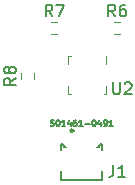
<source format=gbr>
%TF.GenerationSoftware,KiCad,Pcbnew,(6.0.2-0)*%
%TF.CreationDate,2022-03-21T14:05:32-04:00*%
%TF.ProjectId,Woodstock,576f6f64-7374-46f6-936b-2e6b69636164,v03*%
%TF.SameCoordinates,Original*%
%TF.FileFunction,Legend,Top*%
%TF.FilePolarity,Positive*%
%FSLAX46Y46*%
G04 Gerber Fmt 4.6, Leading zero omitted, Abs format (unit mm)*
G04 Created by KiCad (PCBNEW (6.0.2-0)) date 2022-03-21 14:05:32*
%MOMM*%
%LPD*%
G01*
G04 APERTURE LIST*
%ADD10C,0.150000*%
%ADD11C,0.127000*%
%ADD12C,0.120000*%
%ADD13C,0.249999*%
G04 APERTURE END LIST*
D10*
%TO.C,R8*%
X144996740Y-96460026D02*
X144520550Y-96793360D01*
X144996740Y-97031455D02*
X143996740Y-97031455D01*
X143996740Y-96650502D01*
X144044360Y-96555264D01*
X144091979Y-96507645D01*
X144187217Y-96460026D01*
X144330074Y-96460026D01*
X144425312Y-96507645D01*
X144472931Y-96555264D01*
X144520550Y-96650502D01*
X144520550Y-97031455D01*
X144425312Y-95888598D02*
X144377693Y-95983836D01*
X144330074Y-96031455D01*
X144234836Y-96079074D01*
X144187217Y-96079074D01*
X144091979Y-96031455D01*
X144044360Y-95983836D01*
X143996740Y-95888598D01*
X143996740Y-95698121D01*
X144044360Y-95602883D01*
X144091979Y-95555264D01*
X144187217Y-95507645D01*
X144234836Y-95507645D01*
X144330074Y-95555264D01*
X144377693Y-95602883D01*
X144425312Y-95698121D01*
X144425312Y-95888598D01*
X144472931Y-95983836D01*
X144520550Y-96031455D01*
X144615788Y-96079074D01*
X144806264Y-96079074D01*
X144901502Y-96031455D01*
X144949121Y-95983836D01*
X144996740Y-95888598D01*
X144996740Y-95698121D01*
X144949121Y-95602883D01*
X144901502Y-95555264D01*
X144806264Y-95507645D01*
X144615788Y-95507645D01*
X144520550Y-95555264D01*
X144472931Y-95602883D01*
X144425312Y-95698121D01*
%TO.C,J1*%
X153249349Y-103837720D02*
X153249349Y-104552006D01*
X153201730Y-104694863D01*
X153106492Y-104790101D01*
X152963635Y-104837720D01*
X152868397Y-104837720D01*
X154249349Y-104837720D02*
X153677920Y-104837720D01*
X153963635Y-104837720D02*
X153963635Y-103837720D01*
X153868397Y-103980578D01*
X153773159Y-104075816D01*
X153677920Y-104123435D01*
D11*
X148199973Y-100017749D02*
X147958068Y-100017749D01*
X147933878Y-100259654D01*
X147958068Y-100235463D01*
X148006449Y-100211273D01*
X148127401Y-100211273D01*
X148175782Y-100235463D01*
X148199973Y-100259654D01*
X148224163Y-100308035D01*
X148224163Y-100428987D01*
X148199973Y-100477368D01*
X148175782Y-100501559D01*
X148127401Y-100525749D01*
X148006449Y-100525749D01*
X147958068Y-100501559D01*
X147933878Y-100477368D01*
X148538640Y-100017749D02*
X148587020Y-100017749D01*
X148635401Y-100041940D01*
X148659592Y-100066130D01*
X148683782Y-100114511D01*
X148707973Y-100211273D01*
X148707973Y-100332225D01*
X148683782Y-100428987D01*
X148659592Y-100477368D01*
X148635401Y-100501559D01*
X148587020Y-100525749D01*
X148538640Y-100525749D01*
X148490259Y-100501559D01*
X148466068Y-100477368D01*
X148441878Y-100428987D01*
X148417687Y-100332225D01*
X148417687Y-100211273D01*
X148441878Y-100114511D01*
X148466068Y-100066130D01*
X148490259Y-100041940D01*
X148538640Y-100017749D01*
X149191782Y-100525749D02*
X148901497Y-100525749D01*
X149046640Y-100525749D02*
X149046640Y-100017749D01*
X148998259Y-100090320D01*
X148949878Y-100138701D01*
X148901497Y-100162892D01*
X149627211Y-100187082D02*
X149627211Y-100525749D01*
X149506259Y-99993559D02*
X149385306Y-100356416D01*
X149699782Y-100356416D01*
X150111020Y-100017749D02*
X150014259Y-100017749D01*
X149965878Y-100041940D01*
X149941687Y-100066130D01*
X149893306Y-100138701D01*
X149869116Y-100235463D01*
X149869116Y-100428987D01*
X149893306Y-100477368D01*
X149917497Y-100501559D01*
X149965878Y-100525749D01*
X150062640Y-100525749D01*
X150111020Y-100501559D01*
X150135211Y-100477368D01*
X150159401Y-100428987D01*
X150159401Y-100308035D01*
X150135211Y-100259654D01*
X150111020Y-100235463D01*
X150062640Y-100211273D01*
X149965878Y-100211273D01*
X149917497Y-100235463D01*
X149893306Y-100259654D01*
X149869116Y-100308035D01*
X150643211Y-100525749D02*
X150352925Y-100525749D01*
X150498068Y-100525749D02*
X150498068Y-100017749D01*
X150449687Y-100090320D01*
X150401306Y-100138701D01*
X150352925Y-100162892D01*
X150860925Y-100332225D02*
X151247973Y-100332225D01*
X151586640Y-100017749D02*
X151635020Y-100017749D01*
X151683401Y-100041940D01*
X151707592Y-100066130D01*
X151731782Y-100114511D01*
X151755973Y-100211273D01*
X151755973Y-100332225D01*
X151731782Y-100428987D01*
X151707592Y-100477368D01*
X151683401Y-100501559D01*
X151635020Y-100525749D01*
X151586640Y-100525749D01*
X151538259Y-100501559D01*
X151514068Y-100477368D01*
X151489878Y-100428987D01*
X151465687Y-100332225D01*
X151465687Y-100211273D01*
X151489878Y-100114511D01*
X151514068Y-100066130D01*
X151538259Y-100041940D01*
X151586640Y-100017749D01*
X152191401Y-100187082D02*
X152191401Y-100525749D01*
X152070449Y-99993559D02*
X151949497Y-100356416D01*
X152263973Y-100356416D01*
X152481687Y-100525749D02*
X152578449Y-100525749D01*
X152626830Y-100501559D01*
X152651020Y-100477368D01*
X152699401Y-100404797D01*
X152723592Y-100308035D01*
X152723592Y-100114511D01*
X152699401Y-100066130D01*
X152675211Y-100041940D01*
X152626830Y-100017749D01*
X152530068Y-100017749D01*
X152481687Y-100041940D01*
X152457497Y-100066130D01*
X152433306Y-100114511D01*
X152433306Y-100235463D01*
X152457497Y-100283844D01*
X152481687Y-100308035D01*
X152530068Y-100332225D01*
X152626830Y-100332225D01*
X152675211Y-100308035D01*
X152699401Y-100283844D01*
X152723592Y-100235463D01*
X153207401Y-100525749D02*
X152917116Y-100525749D01*
X153062259Y-100525749D02*
X153062259Y-100017749D01*
X153013878Y-100090320D01*
X152965497Y-100138701D01*
X152917116Y-100162892D01*
D10*
%TO.C,U2*%
X153213455Y-96839840D02*
X153213455Y-97649364D01*
X153261074Y-97744602D01*
X153308693Y-97792221D01*
X153403931Y-97839840D01*
X153594407Y-97839840D01*
X153689645Y-97792221D01*
X153737264Y-97744602D01*
X153784883Y-97649364D01*
X153784883Y-96839840D01*
X154213455Y-96935079D02*
X154261074Y-96887460D01*
X154356312Y-96839840D01*
X154594407Y-96839840D01*
X154689645Y-96887460D01*
X154737264Y-96935079D01*
X154784883Y-97030317D01*
X154784883Y-97125555D01*
X154737264Y-97268412D01*
X154165836Y-97839840D01*
X154784883Y-97839840D01*
%TO.C,R7*%
X148091233Y-91253640D02*
X147757900Y-90777450D01*
X147519804Y-91253640D02*
X147519804Y-90253640D01*
X147900757Y-90253640D01*
X147995995Y-90301260D01*
X148043614Y-90348879D01*
X148091233Y-90444117D01*
X148091233Y-90586974D01*
X148043614Y-90682212D01*
X147995995Y-90729831D01*
X147900757Y-90777450D01*
X147519804Y-90777450D01*
X148424566Y-90253640D02*
X149091233Y-90253640D01*
X148662661Y-91253640D01*
%TO.C,R6*%
X153401733Y-91249780D02*
X153068400Y-90773590D01*
X152830304Y-91249780D02*
X152830304Y-90249780D01*
X153211257Y-90249780D01*
X153306495Y-90297400D01*
X153354114Y-90345019D01*
X153401733Y-90440257D01*
X153401733Y-90583114D01*
X153354114Y-90678352D01*
X153306495Y-90725971D01*
X153211257Y-90773590D01*
X152830304Y-90773590D01*
X154258876Y-90249780D02*
X154068400Y-90249780D01*
X153973161Y-90297400D01*
X153925542Y-90345019D01*
X153830304Y-90487876D01*
X153782685Y-90678352D01*
X153782685Y-91059304D01*
X153830304Y-91154542D01*
X153877923Y-91202161D01*
X153973161Y-91249780D01*
X154163638Y-91249780D01*
X154258876Y-91202161D01*
X154306495Y-91154542D01*
X154354114Y-91059304D01*
X154354114Y-90821209D01*
X154306495Y-90725971D01*
X154258876Y-90678352D01*
X154163638Y-90630733D01*
X153973161Y-90630733D01*
X153877923Y-90678352D01*
X153830304Y-90725971D01*
X153782685Y-90821209D01*
D12*
%TO.C,R8*%
X145451860Y-96548084D02*
X145451860Y-96038636D01*
X146496860Y-96548084D02*
X146496860Y-96038636D01*
D10*
%TO.C,J1*%
X149095800Y-102271033D02*
X149245800Y-102271033D01*
X148795801Y-105070801D02*
X148795801Y-104327701D01*
X152295799Y-105070804D02*
X152295799Y-104327701D01*
X148945801Y-102071084D02*
X149095800Y-102271033D01*
X148795801Y-102534301D02*
X148795801Y-102071084D01*
X151995800Y-102271033D02*
X152145802Y-102071099D01*
X152295802Y-102534301D02*
X152295802Y-102071084D01*
X148795801Y-102071084D02*
X148945801Y-102071084D01*
X148795801Y-105070801D02*
X152295796Y-105070801D01*
X151845800Y-102271033D02*
X151995800Y-102271033D01*
X152145802Y-102071084D02*
X152295802Y-102071084D01*
D13*
X149870800Y-100920799D02*
G75*
G03*
X149870800Y-100920799I-125001J0D01*
G01*
D12*
%TO.C,U2*%
X152664360Y-97128660D02*
X152664360Y-97803660D01*
X149444360Y-94583660D02*
X149619360Y-94583660D01*
X152664360Y-97803660D02*
X152489360Y-97803660D01*
X149444360Y-95258660D02*
X149444360Y-94583660D01*
X152664360Y-95258660D02*
X152664360Y-94583660D01*
X149444360Y-97803660D02*
X149619360Y-97803660D01*
X149444360Y-97128660D02*
X149444360Y-97803660D01*
%TO.C,R7*%
X148003176Y-91708760D02*
X148512624Y-91708760D01*
X148003176Y-92753760D02*
X148512624Y-92753760D01*
%TO.C,R6*%
X153313676Y-91704900D02*
X153823124Y-91704900D01*
X153313676Y-92749900D02*
X153823124Y-92749900D01*
%TD*%
M02*

</source>
